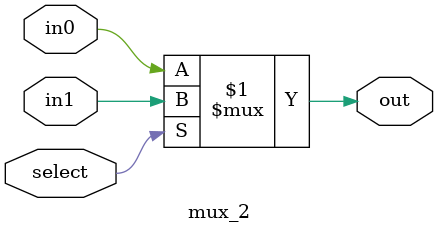
<source format=v>
module mux_2(out, select, in0, in1);

	input select;
	input in0, in1;
	output out;
	assign out = select ? in1 : in0;

endmodule

</source>
